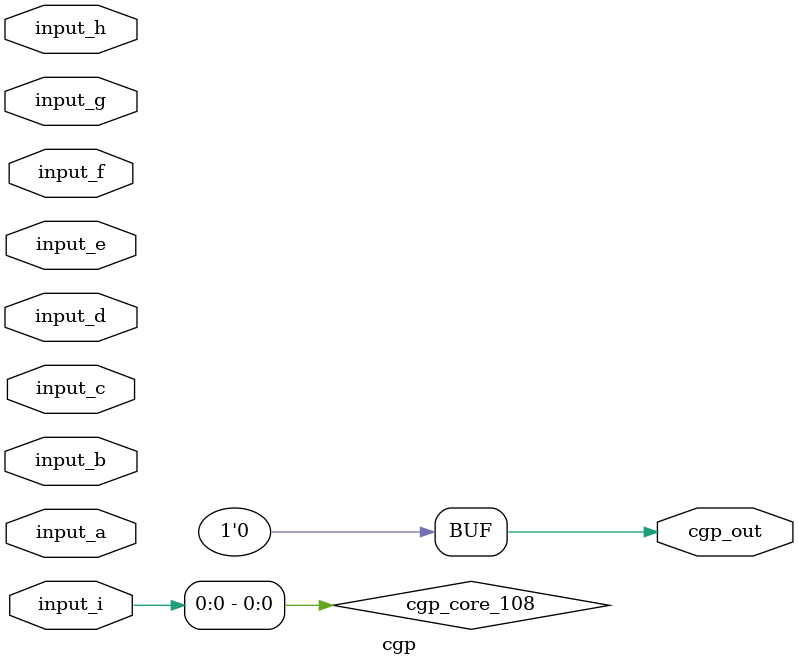
<source format=v>
module cgp(input [1:0] input_a, input [1:0] input_b, input [1:0] input_c, input [1:0] input_d, input [1:0] input_e, input [1:0] input_f, input [1:0] input_g, input [1:0] input_h, input [1:0] input_i, output [0:0] cgp_out);
  wire cgp_core_021;
  wire cgp_core_023;
  wire cgp_core_027;
  wire cgp_core_029;
  wire cgp_core_030;
  wire cgp_core_032;
  wire cgp_core_033;
  wire cgp_core_036;
  wire cgp_core_037;
  wire cgp_core_038;
  wire cgp_core_039;
  wire cgp_core_041;
  wire cgp_core_042;
  wire cgp_core_043;
  wire cgp_core_044;
  wire cgp_core_045_not;
  wire cgp_core_046;
  wire cgp_core_048;
  wire cgp_core_049;
  wire cgp_core_050;
  wire cgp_core_051;
  wire cgp_core_053;
  wire cgp_core_054;
  wire cgp_core_055;
  wire cgp_core_057;
  wire cgp_core_058;
  wire cgp_core_060;
  wire cgp_core_061;
  wire cgp_core_062;
  wire cgp_core_063;
  wire cgp_core_064;
  wire cgp_core_066;
  wire cgp_core_068;
  wire cgp_core_070;
  wire cgp_core_071;
  wire cgp_core_072;
  wire cgp_core_073;
  wire cgp_core_076;
  wire cgp_core_080_not;
  wire cgp_core_082;
  wire cgp_core_083;
  wire cgp_core_084;
  wire cgp_core_085;
  wire cgp_core_086;
  wire cgp_core_087;
  wire cgp_core_089;
  wire cgp_core_090;
  wire cgp_core_091;
  wire cgp_core_092;
  wire cgp_core_096;
  wire cgp_core_098;
  wire cgp_core_103;
  wire cgp_core_104;
  wire cgp_core_105;
  wire cgp_core_106;
  wire cgp_core_108;
  wire cgp_core_110;

  assign cgp_core_021 = input_h[0] & input_i[0];
  assign cgp_core_023 = ~(input_f[0] & input_a[1]);
  assign cgp_core_027 = input_d[0] ^ input_i[1];
  assign cgp_core_029 = ~(input_d[1] & input_i[1]);
  assign cgp_core_030 = ~input_d[1];
  assign cgp_core_032 = input_b[0] & input_d[0];
  assign cgp_core_033 = cgp_core_030 | cgp_core_032;
  assign cgp_core_036 = input_b[0] ^ input_a[1];
  assign cgp_core_037 = input_b[0] & input_c[1];
  assign cgp_core_038 = ~input_g[0];
  assign cgp_core_039 = ~(input_h[0] & input_c[0]);
  assign cgp_core_041 = ~input_a[0];
  assign cgp_core_042 = ~(cgp_core_039 ^ cgp_core_041);
  assign cgp_core_043 = input_g[0] & input_d[1];
  assign cgp_core_044 = input_g[0] & input_e[1];
  assign cgp_core_045_not = ~input_c[0];
  assign cgp_core_046 = ~(input_c[1] & input_f[1]);
  assign cgp_core_048 = ~(input_c[0] ^ cgp_core_044);
  assign cgp_core_049 = input_b[1] & input_f[0];
  assign cgp_core_050 = ~(input_b[0] | cgp_core_049);
  assign cgp_core_051 = input_b[1] & input_f[1];
  assign cgp_core_053 = ~(input_f[1] ^ input_f[0]);
  assign cgp_core_054 = ~(input_e[0] ^ input_c[0]);
  assign cgp_core_055 = input_f[1] | input_b[1];
  assign cgp_core_057 = input_a[0] | input_e[0];
  assign cgp_core_058 = input_b[1] | input_g[0];
  assign cgp_core_060 = input_i[0] & input_e[1];
  assign cgp_core_061 = input_b[1] | input_e[0];
  assign cgp_core_062 = ~input_g[0];
  assign cgp_core_063 = input_a[1] ^ input_i[1];
  assign cgp_core_064 = ~input_b[1];
  assign cgp_core_066 = input_g[1] ^ input_e[0];
  assign cgp_core_068 = ~(cgp_core_043 | input_c[0]);
  assign cgp_core_070 = input_c[1] ^ cgp_core_063;
  assign cgp_core_071 = input_a[1] & input_f[1];
  assign cgp_core_072 = ~cgp_core_070;
  assign cgp_core_073 = ~(input_g[1] | input_b[0]);
  assign cgp_core_076 = ~(input_b[0] & input_f[0]);
  assign cgp_core_080_not = ~input_h[0];
  assign cgp_core_082 = ~input_f[1];
  assign cgp_core_083 = input_h[1] & input_f[0];
  assign cgp_core_084 = input_d[0] | input_c[1];
  assign cgp_core_085 = ~(cgp_core_084 ^ input_i[0]);
  assign cgp_core_086 = ~input_a[0];
  assign cgp_core_087 = ~(input_h[1] | input_b[1]);
  assign cgp_core_089 = input_b[0] & input_a[0];
  assign cgp_core_090 = ~(input_b[0] ^ input_f[1]);
  assign cgp_core_091 = input_b[1] & input_h[1];
  assign cgp_core_092 = ~(input_i[0] | input_c[0]);
  assign cgp_core_096 = input_h[0] & input_c[0];
  assign cgp_core_098 = ~input_c[0];
  assign cgp_core_103 = ~input_c[0];
  assign cgp_core_104 = input_g[1] & input_h[1];
  assign cgp_core_105 = ~(cgp_core_027 | input_c[1]);
  assign cgp_core_106 = ~input_h[0];
  assign cgp_core_108 = input_i[0] | input_i[0];
  assign cgp_core_110 = ~(input_h[1] & input_g[0]);

  assign cgp_out[0] = 1'b0;
endmodule
</source>
